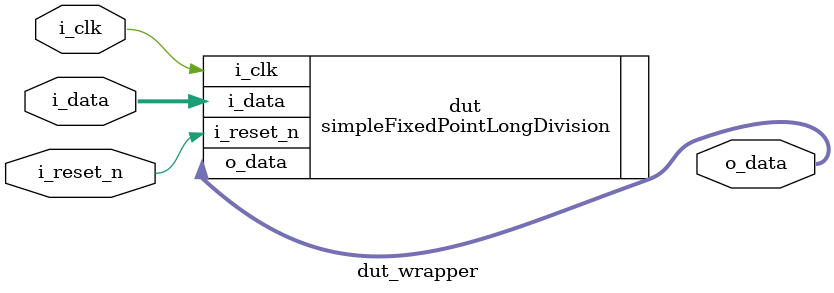
<source format=sv>
`timescale 1ps/1ps

module dut_wrapper(
    input wire i_clk,
    input wire i_reset_n,
    input wire [7:0] i_data,
    output wire [7:0] o_data
);

simpleFixedPointLongDivision dut (
    .i_clk(i_clk),
    .i_reset_n(i_reset_n),
    .i_data(i_data),
    .o_data(o_data)
);

endmodule
</source>
